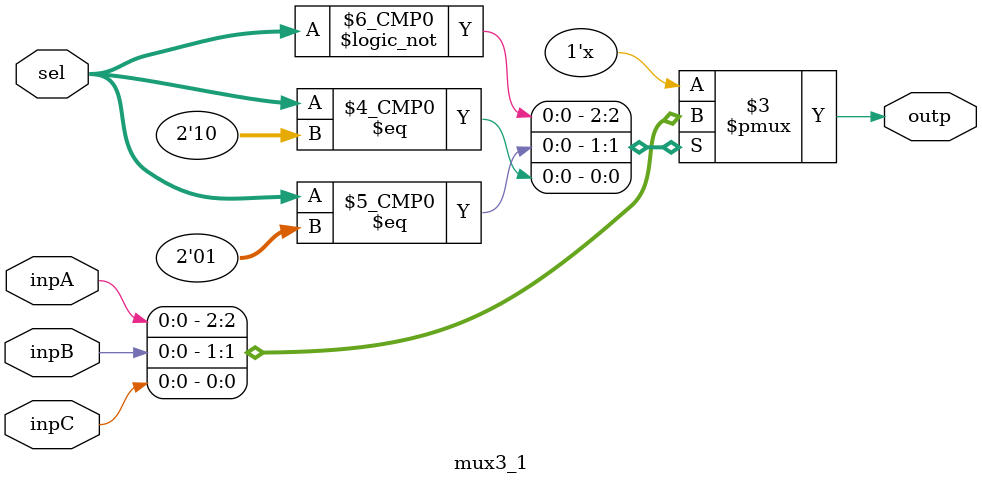
<source format=v>
module mux3_1 #(parameter DWIDTH = 1) (
    input [(DWIDTH-1):0]       inpA,
    input [(DWIDTH-1):0]       inpB,
    input [(DWIDTH-1):0]       inpC,
    input [1:0]                sel,
    output reg [(DWIDTH-1):0]  outp
);
    always @(*) begin
        case (sel)
            2'b00: outp = inpA;
            2'b01: outp = inpB; 
            2'b10: outp = inpC; 
            default: outp = {DWIDTH{1'bx}};
        endcase
    end
endmodule
</source>
